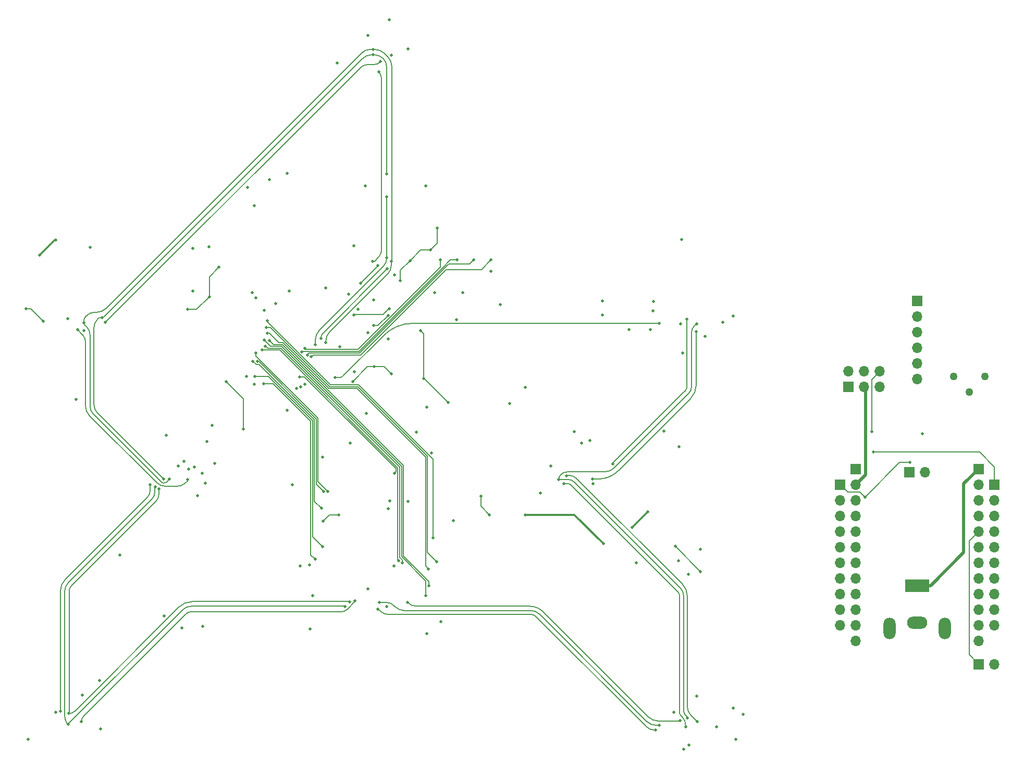
<source format=gbr>
%TF.GenerationSoftware,KiCad,Pcbnew,(6.0.7-1)-1*%
%TF.CreationDate,2022-10-07T15:09:27-06:00*%
%TF.ProjectId,starman,73746172-6d61-46e2-9e6b-696361645f70,rev?*%
%TF.SameCoordinates,Original*%
%TF.FileFunction,Copper,L4,Bot*%
%TF.FilePolarity,Positive*%
%FSLAX46Y46*%
G04 Gerber Fmt 4.6, Leading zero omitted, Abs format (unit mm)*
G04 Created by KiCad (PCBNEW (6.0.7-1)-1) date 2022-10-07 15:09:27*
%MOMM*%
%LPD*%
G01*
G04 APERTURE LIST*
%TA.AperFunction,ComponentPad*%
%ADD10C,1.260000*%
%TD*%
%TA.AperFunction,ComponentPad*%
%ADD11R,1.700000X1.700000*%
%TD*%
%TA.AperFunction,ComponentPad*%
%ADD12O,1.700000X1.700000*%
%TD*%
%TA.AperFunction,ComponentPad*%
%ADD13R,4.000000X2.000000*%
%TD*%
%TA.AperFunction,ComponentPad*%
%ADD14O,3.300000X2.000000*%
%TD*%
%TA.AperFunction,ComponentPad*%
%ADD15O,2.000000X3.500000*%
%TD*%
%TA.AperFunction,ViaPad*%
%ADD16C,0.500000*%
%TD*%
%TA.AperFunction,Conductor*%
%ADD17C,0.200000*%
%TD*%
%TA.AperFunction,Conductor*%
%ADD18C,0.300000*%
%TD*%
%TA.AperFunction,Conductor*%
%ADD19C,0.150000*%
%TD*%
%TA.AperFunction,Conductor*%
%ADD20C,0.500000*%
%TD*%
G04 APERTURE END LIST*
D10*
%TO.P,RV1,1,1*%
%TO.N,/Expansion Module/ext_SOUND*%
X208025000Y-101000000D03*
%TO.P,RV1,2,2*%
%TO.N,Net-(C35-Pad2)*%
X205485000Y-103540000D03*
%TO.P,RV1,3,3*%
%TO.N,GNDA*%
X202945000Y-101000000D03*
%TD*%
D11*
%TO.P,J6,1,Pin_1*%
%TO.N,VCC*%
X207000000Y-116025000D03*
D12*
%TO.P,J6,2,Pin_2*%
%TO.N,unconnected-(J6-Pad2)*%
X207000000Y-118565000D03*
%TO.P,J6,3,Pin_3*%
%TO.N,unconnected-(J6-Pad3)*%
X207000000Y-121105000D03*
%TO.P,J6,4,Pin_4*%
%TO.N,/Expansion Module/ext_MUTE*%
X207000000Y-123645000D03*
%TO.P,J6,5,Pin_5*%
%TO.N,/Expansion Module/ext_GPIO1*%
X207000000Y-126185000D03*
%TO.P,J6,6,Pin_6*%
%TO.N,/Expansion Module/ext_GPIO2*%
X207000000Y-128725000D03*
%TO.P,J6,7,Pin_7*%
%TO.N,/Expansion Module/ext_GPIO3*%
X207000000Y-131265000D03*
%TO.P,J6,8,Pin_8*%
%TO.N,/Expansion Module/ext_GPIO4*%
X207000000Y-133805000D03*
%TO.P,J6,9,Pin_9*%
%TO.N,/Expansion Module/ext_GPIO5*%
X207000000Y-136345000D03*
%TO.P,J6,10,Pin_10*%
%TO.N,/Expansion Module/ext_GPIO6*%
X207000000Y-138885000D03*
%TO.P,J6,11,Pin_11*%
%TO.N,/Expansion Module/ext_GPIO7*%
X207000000Y-141425000D03*
%TO.P,J6,12,Pin_12*%
%TO.N,/Expansion Module/ext_GPIO8*%
X207000000Y-143965000D03*
%TD*%
D11*
%TO.P,J12,1,Pin_1*%
%TO.N,Net-(C38-Pad1)*%
X195725000Y-116600000D03*
D12*
%TO.P,J12,2,Pin_2*%
%TO.N,Net-(C37-Pad1)*%
X198265000Y-116600000D03*
%TD*%
D13*
%TO.P,J10,1*%
%TO.N,VCC*%
X197000000Y-135000000D03*
D14*
%TO.P,J10,2*%
%TO.N,GNDA*%
X197000000Y-141000000D03*
D15*
%TO.P,J10,MP,MountPin*%
X192500000Y-142000000D03*
X201500000Y-142000000D03*
%TD*%
D11*
%TO.P,J9,1,Pin_1*%
%TO.N,+5VA*%
X184500000Y-118575000D03*
D12*
%TO.P,J9,2,Pin_2*%
%TO.N,/Expansion Module/ext_GPIO9*%
X184500000Y-121115000D03*
%TO.P,J9,3,Pin_3*%
%TO.N,/Expansion Module/ext_GPIO10*%
X184500000Y-123655000D03*
%TO.P,J9,4,Pin_4*%
%TO.N,/Expansion Module/ext_GPIO11*%
X184500000Y-126195000D03*
%TO.P,J9,5,Pin_5*%
%TO.N,/Expansion Module/ext_GPIO12*%
X184500000Y-128735000D03*
%TO.P,J9,6,Pin_6*%
%TO.N,/Expansion Module/ext_GPIO13*%
X184500000Y-131275000D03*
%TO.P,J9,7,Pin_7*%
%TO.N,/Expansion Module/ext_GPIO14*%
X184500000Y-133815000D03*
%TO.P,J9,8,Pin_8*%
%TO.N,/Expansion Module/ext_GPIO15*%
X184500000Y-136355000D03*
%TO.P,J9,9,Pin_9*%
%TO.N,/Expansion Module/ext_GPIO16*%
X184500000Y-138895000D03*
%TO.P,J9,10,Pin_10*%
%TO.N,GNDA*%
X184500000Y-141435000D03*
%TD*%
D11*
%TO.P,J8,1,Pin_1*%
%TO.N,+3.3VA*%
X187040000Y-116035000D03*
D12*
%TO.P,J8,2,Pin_2*%
%TO.N,GNDA*%
X187040000Y-118575000D03*
%TO.P,J8,3,Pin_3*%
%TO.N,/Expansion Module/ext_GPIO9*%
X187040000Y-121115000D03*
%TO.P,J8,4,Pin_4*%
%TO.N,/Expansion Module/ext_GPIO10*%
X187040000Y-123655000D03*
%TO.P,J8,5,Pin_5*%
%TO.N,/Expansion Module/ext_GPIO11*%
X187040000Y-126195000D03*
%TO.P,J8,6,Pin_6*%
%TO.N,/Expansion Module/ext_GPIO12*%
X187040000Y-128735000D03*
%TO.P,J8,7,Pin_7*%
%TO.N,/Expansion Module/ext_GPIO13*%
X187040000Y-131275000D03*
%TO.P,J8,8,Pin_8*%
%TO.N,/Expansion Module/ext_GPIO14*%
X187040000Y-133815000D03*
%TO.P,J8,9,Pin_9*%
%TO.N,/Expansion Module/ext_GPIO15*%
X187040000Y-136355000D03*
%TO.P,J8,10,Pin_10*%
%TO.N,/Expansion Module/ext_GPIO16*%
X187040000Y-138895000D03*
%TO.P,J8,11,Pin_11*%
%TO.N,+5VA*%
X187040000Y-141435000D03*
%TO.P,J8,12,Pin_12*%
%TO.N,GNDA*%
X187040000Y-143975000D03*
%TD*%
D11*
%TO.P,J7,1,Pin_1*%
%TO.N,+3.3VA*%
X209540000Y-118565000D03*
D12*
%TO.P,J7,2,Pin_2*%
%TO.N,/Expansion Module/ext_GPIO1*%
X209540000Y-121105000D03*
%TO.P,J7,3,Pin_3*%
%TO.N,/Expansion Module/ext_GPIO2*%
X209540000Y-123645000D03*
%TO.P,J7,4,Pin_4*%
%TO.N,/Expansion Module/ext_GPIO3*%
X209540000Y-126185000D03*
%TO.P,J7,5,Pin_5*%
%TO.N,/Expansion Module/ext_GPIO4*%
X209540000Y-128725000D03*
%TO.P,J7,6,Pin_6*%
%TO.N,/Expansion Module/ext_GPIO5*%
X209540000Y-131265000D03*
%TO.P,J7,7,Pin_7*%
%TO.N,/Expansion Module/ext_GPIO6*%
X209540000Y-133805000D03*
%TO.P,J7,8,Pin_8*%
%TO.N,/Expansion Module/ext_GPIO7*%
X209540000Y-136345000D03*
%TO.P,J7,9,Pin_9*%
%TO.N,/Expansion Module/ext_GPIO8*%
X209540000Y-138885000D03*
%TO.P,J7,10,Pin_10*%
%TO.N,GNDA*%
X209540000Y-141425000D03*
%TD*%
D11*
%TO.P,J5,1,Pin_1*%
%TO.N,/Expansion Module/ext_GPIO0*%
X185825000Y-102700000D03*
D12*
%TO.P,J5,2,Pin_2*%
%TO.N,/Expansion Module/ext_RXD*%
X185825000Y-100160000D03*
%TO.P,J5,3,Pin_3*%
%TO.N,GNDA*%
X188365000Y-102700000D03*
%TO.P,J5,4,Pin_4*%
%TO.N,/Expansion Module/ext_TXD*%
X188365000Y-100160000D03*
%TO.P,J5,5,Pin_5*%
%TO.N,unconnected-(J5-Pad5)*%
X190905000Y-102700000D03*
%TO.P,J5,6,Pin_6*%
%TO.N,/Expansion Module/ext_EN*%
X190905000Y-100160000D03*
%TD*%
D11*
%TO.P,J4,1,Pin_1*%
%TO.N,/Expansion Module/ext_RXD*%
X197000000Y-88700000D03*
D12*
%TO.P,J4,2,Pin_2*%
%TO.N,/Expansion Module/ext_TXD*%
X197000000Y-91240000D03*
%TO.P,J4,3,Pin_3*%
%TO.N,/Expansion Module/ext_GPIO0*%
X197000000Y-93780000D03*
%TO.P,J4,4,Pin_4*%
%TO.N,/Expansion Module/ext_EN*%
X197000000Y-96320000D03*
%TO.P,J4,5,Pin_5*%
%TO.N,/Expansion Module/ext_SOUND*%
X197000000Y-98860000D03*
%TO.P,J4,6,Pin_6*%
%TO.N,GNDA*%
X197000000Y-101400000D03*
%TD*%
D11*
%TO.P,J11,1,Pin_1*%
%TO.N,/Expansion Module/ext_GPIO1*%
X207010000Y-147775000D03*
D12*
%TO.P,J11,2,Pin_2*%
%TO.N,GNDA*%
X209550000Y-147775000D03*
%TD*%
D16*
%TO.N,/SCLK*%
X138782049Y-117724500D03*
X61610000Y-92230000D03*
X75530221Y-117679931D03*
X73800000Y-119300000D03*
X109650000Y-137700000D03*
X155100000Y-157700000D03*
X154181575Y-88833331D03*
X161200000Y-92400000D03*
X59174500Y-155800000D03*
X111550000Y-82275980D03*
X159640000Y-156530000D03*
X108600500Y-47839623D03*
X104817530Y-137635359D03*
X100939600Y-95504000D03*
%TO.N,+3V3*%
X81917600Y-79924000D03*
X155850000Y-109900000D03*
X114300000Y-47700000D03*
X89275000Y-73250000D03*
X82457200Y-108950000D03*
X80038000Y-120411600D03*
X82862500Y-115158900D03*
X158225000Y-130950000D03*
X158300000Y-112400000D03*
X60350000Y-104725000D03*
X115600000Y-110025000D03*
X141250000Y-109975000D03*
X64200000Y-150400000D03*
X104670000Y-87620000D03*
X94600000Y-68000000D03*
X74650000Y-139950000D03*
X89600000Y-88200000D03*
X159825000Y-133150000D03*
%TO.N,+5V*%
X111025000Y-122500000D03*
X78500000Y-90100000D03*
X104900000Y-111825000D03*
X153225000Y-123000000D03*
X113050000Y-85425000D03*
X52200000Y-90000000D03*
X116850000Y-101325000D03*
X84750000Y-101850000D03*
X54400000Y-81275000D03*
X103000000Y-123500000D03*
X150675000Y-125525000D03*
X165400000Y-92200000D03*
X114300000Y-121275000D03*
X100500000Y-124500000D03*
X111550000Y-100550000D03*
X87500000Y-109500000D03*
X117900000Y-80425000D03*
X127500000Y-123500000D03*
X82000000Y-88025000D03*
X108750000Y-99400000D03*
X55000000Y-92000000D03*
X119000000Y-76850000D03*
X111025000Y-91075000D03*
X116350000Y-93575000D03*
X100400000Y-114100000D03*
X108700000Y-92725000D03*
X89300000Y-102300000D03*
X107500000Y-107000000D03*
X167100000Y-91150000D03*
X57025000Y-78800000D03*
X120800000Y-105200000D03*
X133300000Y-123500000D03*
X83575000Y-83250000D03*
X114600000Y-82175000D03*
X146000000Y-128200000D03*
X150220000Y-93360000D03*
X153670000Y-93390000D03*
X126100000Y-120500000D03*
X105300000Y-101825000D03*
%TO.N,/GPIO1*%
X118100000Y-113450000D03*
X90950000Y-90250000D03*
X121650000Y-124450000D03*
%TO.N,/GPIO2*%
X118350000Y-127250000D03*
X91450000Y-91900000D03*
%TO.N,/GPIO3*%
X118950000Y-131100000D03*
X91250000Y-93000000D03*
%TO.N,/GPIO4*%
X117600000Y-132300000D03*
X91450000Y-94000000D03*
%TO.N,/MISO*%
X155100000Y-92349500D03*
X102425000Y-101200000D03*
%TO.N,/MOSI*%
X110875000Y-83450000D03*
X100152200Y-94767400D03*
%TO.N,/RXD*%
X105500000Y-91000000D03*
X111200000Y-90000000D03*
%TO.N,/GPIO5*%
X117674500Y-135050000D03*
X91800000Y-95150000D03*
%TO.N,/GPIO6*%
X117200000Y-136600000D03*
X90900000Y-95100000D03*
%TO.N,/GPIO7*%
X119575000Y-140875000D03*
X113330933Y-131290467D03*
X91125000Y-96050000D03*
%TO.N,/GPIO8*%
X90600000Y-96700000D03*
X117325000Y-142825000D03*
X112750000Y-131000000D03*
%TO.N,/GPIO9*%
X89580622Y-97172607D03*
X101275000Y-119675000D03*
%TO.N,/GPIO10*%
X89802227Y-98573273D03*
X100575000Y-119675000D03*
%TO.N,/GPIO11*%
X89066704Y-98508796D03*
X100249500Y-122450000D03*
%TO.N,/GPIO12*%
X89425500Y-100988987D03*
X100375000Y-128675000D03*
%TO.N,/GPIO13*%
X99175000Y-130700000D03*
X90800000Y-102150000D03*
%TO.N,/GPIO14*%
X96125000Y-102900000D03*
X96750000Y-131800000D03*
%TO.N,/GPIO15*%
X98275000Y-131650000D03*
X96825000Y-102699500D03*
%TO.N,/GPIO16*%
X98775000Y-136650000D03*
X97550000Y-102225000D03*
%TO.N,+3.3VA*%
X189925000Y-113275000D03*
%TO.N,+5VA*%
X188500000Y-120600000D03*
X195800000Y-115000000D03*
%TO.N,/GPIO0*%
X92800000Y-89100000D03*
X111100000Y-94900000D03*
%TO.N,/EN*%
X107800000Y-93850000D03*
X106150000Y-90050000D03*
X118625000Y-87350000D03*
%TO.N,Net-(R6-Pad2)*%
X97900000Y-97500000D03*
X124950000Y-82050000D03*
%TO.N,Net-(R7-Pad2)*%
X127750000Y-82050000D03*
X98531622Y-97800000D03*
%TO.N,GND*%
X79340000Y-87080000D03*
X123200000Y-87400000D03*
X133330000Y-102750000D03*
X94625000Y-106475000D03*
X52600000Y-160000000D03*
X91725000Y-69025000D03*
X111200000Y-43000000D03*
X157500000Y-155600000D03*
X88030000Y-101030000D03*
X161200000Y-152950000D03*
X77890000Y-114810000D03*
X95000000Y-87100000D03*
X117300000Y-106000000D03*
X130750000Y-105375000D03*
X142500000Y-111825000D03*
X77525000Y-141875000D03*
X105600000Y-100200000D03*
X57080000Y-155570000D03*
X62600000Y-80000000D03*
X89000000Y-87360000D03*
X108700000Y-88550000D03*
X158875000Y-97175000D03*
X145860000Y-91010000D03*
X117200000Y-70000000D03*
X145840000Y-88730000D03*
X158700000Y-78700000D03*
X98339890Y-142024500D03*
X111350000Y-121200000D03*
X127740000Y-83920000D03*
X95500000Y-118600000D03*
X112000000Y-131850000D03*
X122180000Y-91730000D03*
X151330000Y-131340000D03*
X107750000Y-135500000D03*
X81600000Y-111600000D03*
X107750000Y-45500000D03*
X167500000Y-160000000D03*
X137500000Y-115550000D03*
X67500000Y-130000000D03*
X107375000Y-70025000D03*
X102800000Y-50000000D03*
X100910000Y-86620000D03*
X61610000Y-93550000D03*
X79340000Y-80190000D03*
X161800000Y-129100000D03*
X162575000Y-94475000D03*
X112112500Y-84512500D03*
X61400000Y-152800000D03*
%TO.N,/LE*%
X139600000Y-118400000D03*
X59120000Y-157550000D03*
X73182321Y-118971706D03*
X110780000Y-68090000D03*
X110850000Y-81650000D03*
X64550000Y-91400000D03*
X159600000Y-91690000D03*
X154070000Y-90340000D03*
X99250000Y-95850000D03*
X108600500Y-48700000D03*
X110824500Y-71774501D03*
X154500000Y-158500000D03*
X159380000Y-157970000D03*
X74546236Y-117649834D03*
X147550000Y-115180000D03*
X109400000Y-138800000D03*
X104020000Y-138420000D03*
%TO.N,Net-(U3-Pad22)*%
X65100000Y-92200000D03*
X109800000Y-49750000D03*
%TO.N,Net-(U5-Pad22)*%
X57800000Y-155425000D03*
X72350000Y-118600000D03*
X80800000Y-116700000D03*
%TO.N,Net-(U6-Pad22)*%
X61230000Y-157130000D03*
X105680000Y-137500000D03*
%TO.N,Net-(U10-Pad2)*%
X144277876Y-117674011D03*
X161124011Y-93750000D03*
%TO.N,Net-(U2-Pad22)*%
X109525000Y-51500000D03*
X108525000Y-82250000D03*
%TO.N,Net-(U4-Pad22)*%
X78430000Y-117790000D03*
X60600000Y-93400000D03*
%TO.N,Net-(U7-Pad22)*%
X158450437Y-156950437D03*
X114175000Y-137700000D03*
%TO.N,Net-(U8-Pad22)*%
X161250000Y-157100000D03*
X140030000Y-117130000D03*
%TO.N,Net-(D70-Pad1)*%
X78635069Y-116100621D03*
X76930000Y-115590000D03*
%TO.N,/PWCLK1*%
X58956000Y-91557200D03*
X88166000Y-70221200D03*
X111551056Y-48776056D03*
X105475000Y-79775000D03*
%TO.N,/PWCLK2*%
X110850000Y-138400000D03*
X81358800Y-118379600D03*
X64350000Y-158350000D03*
X80950000Y-141600000D03*
%TO.N,/PWCLK3*%
X158574800Y-92420800D03*
X164375000Y-157975000D03*
X157700500Y-128600000D03*
X161800250Y-132699750D03*
X144376127Y-118446084D03*
%TO.N,Net-(D61-Pad1)*%
X75000000Y-110525000D03*
X79550000Y-115725000D03*
%TO.N,Net-(D66-Pad1)*%
X143825000Y-111375000D03*
X135750000Y-119925000D03*
%TO.N,Net-(D39-Pad1)*%
X106600000Y-85800000D03*
X109357607Y-82914124D03*
%TO.N,Net-(D115-Pad1)*%
X167100000Y-154950000D03*
X159900000Y-160950000D03*
%TO.N,Net-(D116-Pad1)*%
X168700000Y-155950000D03*
X159050000Y-161600000D03*
%TO.N,/MUTE*%
X96700000Y-101100000D03*
X112100002Y-116700000D03*
%TO.N,/STATUS*%
X103150000Y-96125000D03*
X129300000Y-89300000D03*
%TO.N,Net-(R5-Pad1)*%
X96992824Y-96974500D03*
X122200000Y-82050000D03*
%TO.N,/Expansion Module/ext_EN*%
X189674999Y-109925001D03*
%TO.N,/Expansion Module/ext_MUTE*%
X197850002Y-110300000D03*
%TO.N,Net-(R4-Pad1)*%
X119550000Y-82050000D03*
X97500000Y-96425500D03*
%TD*%
D17*
%TO.N,/SCLK*%
X59594015Y-135025985D02*
X73325389Y-121294611D01*
X146152071Y-116520500D02*
X140105501Y-116520500D01*
X108588951Y-47828074D02*
X107996331Y-47828074D01*
X159040000Y-151211690D02*
X159040000Y-155192131D01*
X138820805Y-117763256D02*
X138782049Y-117724500D01*
X101525387Y-93774613D02*
X110964214Y-84335786D01*
X62110003Y-91044626D02*
X61902893Y-91251736D01*
X159640000Y-156397201D02*
X159640000Y-156530000D01*
X159045845Y-151205845D02*
X159045845Y-136597030D01*
X79234668Y-137600489D02*
X104782660Y-137600489D01*
X61793853Y-92673853D02*
X62092540Y-92972540D01*
X113627938Y-139049511D02*
X134196084Y-139049511D01*
X104782660Y-137600489D02*
X104817530Y-137635359D01*
X75055543Y-118154609D02*
X75530221Y-117679931D01*
X140359716Y-117763256D02*
X138820805Y-117763256D01*
X109650000Y-137700000D02*
X110621573Y-137700000D01*
X60137881Y-155412119D02*
X77040768Y-138509232D01*
X159836405Y-103819321D02*
X147830422Y-115825304D01*
X61610000Y-91958843D02*
X61610000Y-92230000D01*
X62600489Y-94198837D02*
X62600489Y-105747062D01*
X106713077Y-48411923D02*
X65160786Y-89964214D01*
X59174500Y-155800000D02*
X59210000Y-155764500D01*
X112035787Y-138285787D02*
X112213725Y-138463725D01*
X139173418Y-116906582D02*
X139083692Y-116996308D01*
X135610298Y-139635298D02*
X153089214Y-157114214D01*
X159045845Y-151205845D02*
X159040000Y-151211690D01*
X59210000Y-155764500D02*
X59210000Y-135953079D01*
X108986196Y-47839623D02*
X108600500Y-47839623D01*
X159389669Y-156146870D02*
X159640000Y-156397201D01*
X63186275Y-107161275D02*
X74229116Y-118204116D01*
X111550000Y-82921573D02*
X111550000Y-82275980D01*
X160356895Y-93730374D02*
X160356895Y-102562747D01*
X111625000Y-82200980D02*
X111625000Y-50478427D01*
X59174500Y-155800000D02*
X59201452Y-155800000D01*
X63746573Y-90550000D02*
X63430181Y-90550000D01*
X108600500Y-47839623D02*
X108588951Y-47828074D01*
X111550000Y-82275980D02*
X111625000Y-82200980D01*
X111039213Y-49064213D02*
X110400409Y-48425409D01*
X158567710Y-135442710D02*
X141261990Y-118136990D01*
X100939600Y-95504000D02*
X100939600Y-95188827D01*
X154503427Y-157700000D02*
X155100000Y-157700000D01*
X161200000Y-92400000D02*
X160701446Y-92898554D01*
X73800000Y-120148800D02*
X73800000Y-119300000D01*
X62109989Y-91044610D02*
G75*
G02*
X63430181Y-90550001I1323411J-1523190D01*
G01*
X62092568Y-92972512D02*
G75*
G02*
X62600489Y-94198837I-1226368J-1226288D01*
G01*
X59594027Y-135025997D02*
G75*
G03*
X59210000Y-135953079I927073J-927103D01*
G01*
X75055572Y-118154638D02*
G75*
G02*
X74582596Y-118350489I-472872J472938D01*
G01*
X140359716Y-117763256D02*
G75*
G02*
X141261989Y-118136991I-16J-1276044D01*
G01*
X146152071Y-116520475D02*
G75*
G03*
X147830421Y-115825303I-71J2373775D01*
G01*
X159045826Y-136597030D02*
G75*
G03*
X158567709Y-135442711I-1632426J30D01*
G01*
X160356887Y-93730374D02*
G75*
G02*
X160701446Y-92898554I1176413J-26D01*
G01*
X159389689Y-156146853D02*
G75*
G02*
X159040001Y-155192131I1138911J958553D01*
G01*
X110400406Y-48425412D02*
G75*
G03*
X108986196Y-47839623I-1414206J-1414188D01*
G01*
X61610031Y-91958843D02*
G75*
G02*
X61902894Y-91251737I999969J43D01*
G01*
X135610304Y-139635292D02*
G75*
G03*
X134196084Y-139049511I-1414204J-1414208D01*
G01*
X112035801Y-138285773D02*
G75*
G03*
X110621573Y-137700000I-1414201J-1414227D01*
G01*
X101525373Y-93774599D02*
G75*
G03*
X100939600Y-95188827I1414227J-1414201D01*
G01*
X60137903Y-155412141D02*
G75*
G02*
X59201452Y-155800000I-936403J936441D01*
G01*
X73325385Y-121294607D02*
G75*
G03*
X73800000Y-120148800I-1145785J1145807D01*
G01*
X139083677Y-116996293D02*
G75*
G03*
X138782049Y-117724500I728223J-728207D01*
G01*
X111549980Y-82921573D02*
G75*
G02*
X110964213Y-84335785I-1999980J-27D01*
G01*
X106713077Y-48411923D02*
G75*
G02*
X107996331Y-47828074I1424823J-1429477D01*
G01*
X111039227Y-49064199D02*
G75*
G02*
X111625000Y-50478427I-1414227J-1414201D01*
G01*
X112213704Y-138463746D02*
G75*
G03*
X113627938Y-139049511I1414196J1414246D01*
G01*
X159836388Y-103819304D02*
G75*
G03*
X160356895Y-102562747I-1256588J1256604D01*
G01*
X63186254Y-107161296D02*
G75*
G02*
X62600489Y-105747062I1414246J1414196D01*
G01*
X139173410Y-116906574D02*
G75*
G02*
X140105501Y-116520500I932090J-932126D01*
G01*
X153089200Y-157114228D02*
G75*
G03*
X154503427Y-157700000I1414200J1414228D01*
G01*
X63746573Y-90549980D02*
G75*
G03*
X65160785Y-89964213I27J1999980D01*
G01*
X61793852Y-92673854D02*
G75*
G02*
X61610000Y-92230000I443848J443854D01*
G01*
X74582596Y-118350483D02*
G75*
G02*
X74229116Y-118204116I-96J499783D01*
G01*
X79234668Y-137600457D02*
G75*
G03*
X77040768Y-138509232I32J-3102643D01*
G01*
D18*
%TO.N,+5V*%
X153200000Y-123000000D02*
X153225000Y-123000000D01*
D19*
X119000000Y-79325000D02*
X119000000Y-76850000D01*
X116850000Y-94075000D02*
X116850000Y-101325000D01*
X101500000Y-123500000D02*
X103000000Y-123500000D01*
X109375000Y-92725000D02*
X111025000Y-91075000D01*
D18*
X56875000Y-78800000D02*
X57025000Y-78800000D01*
D19*
X82000000Y-88025000D02*
X79925000Y-90100000D01*
X84750000Y-101850000D02*
X87500000Y-104600000D01*
X110400000Y-99400000D02*
X108750000Y-99400000D01*
X117900000Y-80425000D02*
X119000000Y-79325000D01*
X126100000Y-120500000D02*
X126100000Y-122100000D01*
X113050000Y-85425000D02*
X113050000Y-83725000D01*
D18*
X133300000Y-123500000D02*
X141300000Y-123500000D01*
D19*
X82000000Y-84825000D02*
X82000000Y-88025000D01*
X83575000Y-83250000D02*
X82000000Y-84825000D01*
X116925000Y-101325000D02*
X116850000Y-101325000D01*
X116350000Y-80425000D02*
X117900000Y-80425000D01*
X79925000Y-90100000D02*
X78500000Y-90100000D01*
X111550000Y-100550000D02*
X110400000Y-99400000D01*
D18*
X150675000Y-125525000D02*
X153200000Y-123000000D01*
D19*
X120800000Y-105200000D02*
X116925000Y-101325000D01*
D18*
X141300000Y-123500000D02*
X146000000Y-128200000D01*
D19*
X114600000Y-82175000D02*
X116350000Y-80425000D01*
X87500000Y-104600000D02*
X87500000Y-109500000D01*
X113050000Y-83725000D02*
X114600000Y-82175000D01*
X100500000Y-124500000D02*
X101500000Y-123500000D01*
X126100000Y-122100000D02*
X127500000Y-123500000D01*
X55000000Y-92000000D02*
X53000000Y-90000000D01*
X108700000Y-92725000D02*
X109375000Y-92725000D01*
X105300000Y-101800000D02*
X105300000Y-101825000D01*
X107700000Y-99400000D02*
X105300000Y-101800000D01*
X116350000Y-93575000D02*
X116850000Y-94075000D01*
X108750000Y-99400000D02*
X107700000Y-99400000D01*
D18*
X54400000Y-81275000D02*
X56875000Y-78800000D01*
D19*
X53000000Y-90000000D02*
X52200000Y-90000000D01*
%TO.N,/GPIO2*%
X91450000Y-92102721D02*
X101698747Y-102351468D01*
X118350000Y-114423559D02*
X118350000Y-127250000D01*
X106277909Y-102351468D02*
X118350000Y-114423559D01*
X91450000Y-91900000D02*
X91450000Y-92102721D01*
X101698747Y-102351468D02*
X106277909Y-102351468D01*
%TO.N,/GPIO3*%
X117450489Y-113947616D02*
X117450489Y-129600489D01*
X117450489Y-129600489D02*
X118950000Y-131100000D01*
X106153852Y-102650979D02*
X117450489Y-113947616D01*
X101574700Y-102650979D02*
X106153852Y-102650979D01*
X91923721Y-93000000D02*
X101574700Y-102650979D01*
X91250000Y-93000000D02*
X91923721Y-93000000D01*
%TO.N,/GPIO4*%
X93278388Y-95501960D02*
X94002123Y-95501960D01*
X117149022Y-131849022D02*
X117600000Y-132300000D01*
X117149022Y-114122093D02*
X117149022Y-131849022D01*
X94002123Y-95501960D02*
X101450656Y-102950493D01*
X93278370Y-95501942D02*
X93278388Y-95501960D01*
X93278366Y-95501942D02*
X93278370Y-95501942D01*
X105977422Y-102950493D02*
X117149022Y-114122093D01*
X91450000Y-94000000D02*
X91776424Y-94000000D01*
X91776424Y-94000000D02*
X93278366Y-95501942D01*
X101450656Y-102950493D02*
X105977422Y-102950493D01*
D17*
%TO.N,/MISO*%
X103054233Y-101194084D02*
X103266812Y-101166099D01*
X102425000Y-101200000D02*
X102883700Y-101200000D01*
X115046233Y-92349500D02*
X155100000Y-92349500D01*
X103737805Y-100918516D02*
X110369764Y-94286557D01*
X102891486Y-101199939D02*
X102996757Y-101198300D01*
X110369753Y-94286546D02*
G75*
G02*
X115046233Y-92349500I4676447J-4676454D01*
G01*
X103330958Y-101153332D02*
G75*
G02*
X103266812Y-101166099I-129458J482932D01*
G01*
X103737804Y-100918515D02*
G75*
G02*
X103330960Y-101153339I-641404J641415D01*
G01*
X102996757Y-101198298D02*
G75*
G03*
X103054233Y-101194083I-7757J499798D01*
G01*
X102891486Y-101199940D02*
G75*
G02*
X102883700Y-101200000I-7686J488840D01*
G01*
%TO.N,/MOSI*%
X110872094Y-83452906D02*
X110875000Y-83450000D01*
X100152200Y-94767400D02*
X100152200Y-94655598D01*
X110815246Y-83452906D02*
X110872094Y-83452906D01*
X100445093Y-93948491D02*
X110582607Y-83810977D01*
X100445094Y-93948492D02*
G75*
G03*
X100152200Y-94655598I707106J-707108D01*
G01*
X110815253Y-83452909D02*
G75*
G02*
X110582607Y-83810977I-998453J394109D01*
G01*
D19*
%TO.N,/RXD*%
X105570000Y-90930000D02*
X105500000Y-91000000D01*
X110245000Y-90930000D02*
X105570000Y-90930000D01*
X111200000Y-90000000D02*
X111175000Y-90000000D01*
X111175000Y-90000000D02*
X110245000Y-90930000D01*
%TO.N,/GPIO5*%
X113550000Y-115493867D02*
X113550000Y-130201428D01*
X117674500Y-134325928D02*
X117674500Y-135050000D01*
X113550000Y-130201428D02*
X117674500Y-134325928D01*
X92451467Y-95801467D02*
X93857602Y-95801469D01*
X93857602Y-95801469D02*
X113550000Y-115493867D01*
X91800000Y-95150000D02*
X92451467Y-95801467D01*
%TO.N,/GPIO6*%
X117200000Y-134275000D02*
X117200000Y-136600000D01*
X93733540Y-96100979D02*
X113250489Y-115617928D01*
X113250489Y-130325489D02*
X117200000Y-134275000D01*
X113250489Y-115617928D02*
X113250489Y-130325489D01*
X90900000Y-95100000D02*
X91900978Y-96100978D01*
X91900978Y-96100978D02*
X93733540Y-96100979D01*
%TO.N,/GPIO7*%
X113330933Y-130830933D02*
X113330933Y-131290467D01*
X112925000Y-115716011D02*
X112925000Y-130425000D01*
X91125000Y-96050000D02*
X91475489Y-96400489D01*
X93609478Y-96400489D02*
X112925000Y-115716011D01*
X112925000Y-130425000D02*
X113330933Y-130830933D01*
X91475489Y-96400489D02*
X93609478Y-96400489D01*
%TO.N,/GPIO8*%
X90600000Y-96700000D02*
X93423558Y-96700000D01*
X112599501Y-130849501D02*
X112750000Y-131000000D01*
X93423558Y-96700000D02*
X112599501Y-115875943D01*
X112599501Y-115875943D02*
X112599501Y-130849501D01*
%TO.N,/GPIO9*%
X99675000Y-107775000D02*
X99675000Y-118075000D01*
X89580622Y-97680622D02*
X99675000Y-107775000D01*
X89580622Y-97172607D02*
X89580622Y-97680622D01*
X99675000Y-118075000D02*
X101275000Y-119675000D01*
%TO.N,/GPIO10*%
X100575000Y-119675000D02*
X99375000Y-118475000D01*
X90049701Y-98573273D02*
X89802227Y-98573273D01*
X99375000Y-118475000D02*
X99375000Y-107898572D01*
X99375000Y-107898572D02*
X90049701Y-98573273D01*
%TO.N,/GPIO11*%
X99075489Y-108028345D02*
X90094918Y-99047774D01*
X100249500Y-122450000D02*
X99075489Y-121275989D01*
X99075489Y-121275989D02*
X99075489Y-108028345D01*
X90094918Y-99047774D02*
X89605682Y-99047774D01*
X89605682Y-99047774D02*
X89066704Y-98508796D01*
%TO.N,/GPIO12*%
X98775978Y-127075978D02*
X98775978Y-108152406D01*
X91612559Y-100988987D02*
X89425500Y-100988987D01*
X100375000Y-128675000D02*
X98775978Y-127075978D01*
X98775978Y-108152406D02*
X91612559Y-100988987D01*
%TO.N,/GPIO13*%
X90800000Y-102150000D02*
X92350000Y-102150000D01*
X98476467Y-130001467D02*
X99125000Y-130650000D01*
X92350000Y-102150000D02*
X98476467Y-108276467D01*
X98476467Y-108276467D02*
X98476467Y-130001467D01*
D20*
%TO.N,VCC*%
X207000000Y-116025000D02*
X204574501Y-118450499D01*
X204574501Y-129625499D02*
X199200000Y-135000000D01*
X204574501Y-118450499D02*
X204574501Y-129625499D01*
X199200000Y-135000000D02*
X197000000Y-135000000D01*
D19*
%TO.N,+3.3VA*%
X189925000Y-113275000D02*
X207125000Y-113275000D01*
X209540000Y-115690000D02*
X209540000Y-118565000D01*
X207125000Y-113275000D02*
X209540000Y-115690000D01*
D20*
%TO.N,GNDA*%
X188600000Y-117015000D02*
X188600000Y-103115000D01*
X187040000Y-118575000D02*
X188600000Y-117015000D01*
D19*
%TO.N,+5VA*%
X185725000Y-119800000D02*
X187700000Y-119800000D01*
X184500000Y-118575000D02*
X185725000Y-119800000D01*
X195800000Y-115000000D02*
X194100000Y-115000000D01*
X194100000Y-115000000D02*
X188500000Y-120600000D01*
X187700000Y-119800000D02*
X188500000Y-120600000D01*
%TO.N,Net-(R6-Pad2)*%
X120923558Y-82700000D02*
X120149002Y-83474556D01*
X124950000Y-82050000D02*
X124300000Y-82700000D01*
X106426442Y-97200000D02*
X98200000Y-97200000D01*
X124300000Y-82700000D02*
X120923558Y-82700000D01*
X120149002Y-83477440D02*
X106426442Y-97200000D01*
X98200000Y-97200000D02*
X97900000Y-97500000D01*
X120149002Y-83474556D02*
X120149002Y-83477440D01*
%TO.N,Net-(R7-Pad2)*%
X98831622Y-97500000D02*
X98531622Y-97800000D01*
X120427829Y-83622171D02*
X106550000Y-97500000D01*
X106550000Y-97500000D02*
X98831622Y-97500000D01*
X126177829Y-83622171D02*
X120427829Y-83622171D01*
X127750000Y-82050000D02*
X126177829Y-83622171D01*
D17*
%TO.N,/LE*%
X158882966Y-156452966D02*
X158637580Y-156207580D01*
X141110786Y-118988528D02*
X158134644Y-136012386D01*
X110850000Y-81650000D02*
X110850000Y-71800001D01*
X109714213Y-139114213D02*
X109400000Y-138800000D01*
X58499511Y-135935331D02*
X58499511Y-156163158D01*
X139600000Y-118400000D02*
X140276661Y-118400000D01*
X159600000Y-91690000D02*
X159600000Y-102589038D01*
X73182321Y-118971706D02*
X73150000Y-119004027D01*
X158380000Y-155585727D02*
X158380000Y-136604728D01*
X108954646Y-48701936D02*
X108602436Y-48701936D01*
X59120000Y-157486416D02*
X77670630Y-138935786D01*
X159059213Y-103560787D02*
X147550000Y-115070000D01*
X59120000Y-157550000D02*
X59120000Y-157486416D01*
X159380000Y-157970000D02*
X159380000Y-157652910D01*
X152939213Y-157914213D02*
X135014431Y-139989431D01*
X73150000Y-119004027D02*
X73150000Y-119732188D01*
X154500000Y-158500000D02*
X154353427Y-158500000D01*
X64550000Y-91400000D02*
X64307107Y-91400000D01*
X110780000Y-68090000D02*
X110824500Y-68045500D01*
X59052056Y-157550000D02*
X59120000Y-157550000D01*
X79084843Y-138350000D02*
X103950000Y-138350000D01*
X110850000Y-71800001D02*
X110824500Y-71774501D01*
X140700584Y-118575592D02*
X141110786Y-118985786D01*
X58859217Y-157357161D02*
X59052056Y-157550000D01*
X110238714Y-49286601D02*
X110237900Y-49285787D01*
X99835786Y-93539214D02*
X110221330Y-83153670D01*
X63835787Y-106939385D02*
X74546236Y-117649834D01*
X159295264Y-103324736D02*
X159059213Y-103560787D01*
X147550000Y-115070000D02*
X147550000Y-115180000D01*
X103950000Y-138350000D02*
X104020000Y-138420000D01*
X72637895Y-120968520D02*
X59085298Y-134521117D01*
X63250000Y-93078427D02*
X63250000Y-105525171D01*
X99250000Y-95850000D02*
X99250000Y-94953427D01*
X110840000Y-81660000D02*
X110850000Y-81650000D01*
X108598535Y-48701965D02*
X108600500Y-48700000D01*
X141110786Y-118985786D02*
X141110786Y-118988528D01*
X64952863Y-91253553D02*
X106920630Y-49285786D01*
X64550000Y-91400000D02*
X64599309Y-91400000D01*
X134315683Y-139700000D02*
X111128427Y-139700000D01*
X108203884Y-48701965D02*
X108598535Y-48701965D01*
X108602436Y-48701936D02*
X108600500Y-48700000D01*
X110824500Y-68045500D02*
X110824500Y-50700814D01*
X63953553Y-91546447D02*
X63835786Y-91664214D01*
X79084843Y-138349977D02*
G75*
G03*
X77670630Y-138935786I157J-2000323D01*
G01*
X140700599Y-118575577D02*
G75*
G03*
X140276661Y-118400000I-423899J-423923D01*
G01*
X158637600Y-156207560D02*
G75*
G02*
X158380000Y-155585727I621800J621860D01*
G01*
X99835793Y-93539221D02*
G75*
G03*
X99250000Y-94953427I1414107J-1414179D01*
G01*
X64599309Y-91400006D02*
G75*
G03*
X64952863Y-91253553I-9J500006D01*
G01*
X135014444Y-139989418D02*
G75*
G03*
X134315683Y-139700000I-698744J-698782D01*
G01*
X158882976Y-156452956D02*
G75*
G02*
X159380000Y-157652910I-1199976J-1199944D01*
G01*
X63250020Y-93078427D02*
G75*
G02*
X63835787Y-91664215I1999980J27D01*
G01*
X63953550Y-91546444D02*
G75*
G02*
X64307107Y-91400000I353550J-353556D01*
G01*
X72637893Y-120968518D02*
G75*
G03*
X73150000Y-119732188I-1236293J1236318D01*
G01*
X108954645Y-48701957D02*
G75*
G02*
X110237900Y-49285787I-141645J-2013543D01*
G01*
X58859200Y-157357172D02*
G75*
G02*
X58499511Y-156163158I1816100J1198272D01*
G01*
X110238721Y-49286594D02*
G75*
G02*
X110824500Y-50700814I-1414221J-1414206D01*
G01*
X109714199Y-139114227D02*
G75*
G03*
X111128427Y-139700000I1414201J1414227D01*
G01*
X158134658Y-136012372D02*
G75*
G02*
X158380000Y-136604728I-592358J-592328D01*
G01*
X63250021Y-105525171D02*
G75*
G03*
X63835787Y-106939385I1999979J-29D01*
G01*
X152939199Y-157914227D02*
G75*
G03*
X154353427Y-158500000I1414201J1414227D01*
G01*
X110221352Y-83153692D02*
G75*
G03*
X110840000Y-81660000I-1493652J1493592D01*
G01*
X108203885Y-48701976D02*
G75*
G03*
X106920630Y-49285786I141615J-2013524D01*
G01*
X159600036Y-102589038D02*
G75*
G02*
X159295263Y-103324735I-1040436J38D01*
G01*
X58499530Y-135935331D02*
G75*
G02*
X59085298Y-134521117I1999970J31D01*
G01*
%TO.N,Net-(U3-Pad22)*%
X106461791Y-50838209D02*
X65100000Y-92200000D01*
X108883831Y-50251955D02*
X107747468Y-50251955D01*
X109800000Y-49750000D02*
X109590938Y-49959062D01*
X108883831Y-50251990D02*
G75*
G03*
X109590938Y-49959062I-31J999990D01*
G01*
X106461807Y-50838225D02*
G75*
G02*
X107747468Y-50251956I1427393J-1427375D01*
G01*
%TO.N,Net-(U5-Pad22)*%
X57775000Y-136025310D02*
X57775000Y-155400000D01*
X72350000Y-118600000D02*
X72350000Y-119648885D01*
X57775000Y-155400000D02*
X57800000Y-155425000D01*
X71942625Y-120632375D02*
X58641425Y-133933575D01*
X71942640Y-120632390D02*
G75*
G03*
X72350000Y-119648885I-983540J983490D01*
G01*
X57775019Y-136025310D02*
G75*
G02*
X58641425Y-133933575I2958181J10D01*
G01*
%TO.N,Net-(U6-Pad22)*%
X105680000Y-137570000D02*
X105680000Y-137500000D01*
X61230000Y-157130000D02*
X61230000Y-157113436D01*
X61600126Y-156219874D02*
X78236314Y-139583686D01*
X79017762Y-139260000D02*
X103476576Y-139260000D01*
X104353045Y-138896955D02*
X105680000Y-137570000D01*
X104353054Y-138896964D02*
G75*
G02*
X103476576Y-139260000I-876454J876464D01*
G01*
X79017762Y-139259963D02*
G75*
G03*
X78236314Y-139583686I38J-1105137D01*
G01*
X61600105Y-156219853D02*
G75*
G03*
X61230000Y-157113436I893595J-893547D01*
G01*
%TO.N,Net-(U10-Pad2)*%
X161124011Y-93750000D02*
X161124011Y-102298332D01*
X160167538Y-104607462D02*
X148463999Y-116311001D01*
X145173402Y-117674011D02*
X144277876Y-117674011D01*
X145173402Y-117674011D02*
G75*
G03*
X148463999Y-116311001I-2J4653611D01*
G01*
X160167524Y-104607448D02*
G75*
G03*
X161124011Y-102298332I-2309124J2309148D01*
G01*
%TO.N,Net-(U2-Pad22)*%
X109713501Y-51729288D02*
X109525000Y-51540787D01*
X109480454Y-81638032D02*
X109480454Y-81620085D01*
X109480454Y-81620085D02*
X109572981Y-81527558D01*
X108868486Y-82250000D02*
X109480454Y-81638032D01*
X108525000Y-82250000D02*
X108868486Y-82250000D01*
X109975000Y-80317783D02*
X109975000Y-52667453D01*
X109525000Y-51540787D02*
X109525000Y-51500000D01*
X109975016Y-80317783D02*
G75*
G02*
X109572980Y-81527557I-2044016J7583D01*
G01*
X109713490Y-51729295D02*
G75*
G02*
X109974999Y-52667453I-1573390J-944105D01*
G01*
%TO.N,Net-(U4-Pad22)*%
X61900000Y-95509373D02*
X61900000Y-105891024D01*
X60600000Y-93400000D02*
X60616152Y-93400000D01*
X62485786Y-107305237D02*
X73444762Y-118264213D01*
X74858976Y-118850000D02*
X76743922Y-118850000D01*
X78064099Y-118355375D02*
X78430000Y-117989474D01*
X78430000Y-117989474D02*
X78430000Y-117790000D01*
X60616152Y-93400000D02*
X61405360Y-94189208D01*
X61899988Y-95509373D02*
G75*
G03*
X61405360Y-94189208I-2017688J-3227D01*
G01*
X78064112Y-118355390D02*
G75*
G02*
X76743922Y-118849999I-1323412J1523190D01*
G01*
X62485798Y-107305225D02*
G75*
G02*
X61900000Y-105891024I1414202J1414225D01*
G01*
X74858976Y-118850016D02*
G75*
G02*
X73444763Y-118264212I24J2000016D01*
G01*
%TO.N,Net-(U7-Pad22)*%
X136320980Y-139320980D02*
X153414214Y-156414214D01*
X115653427Y-138350000D02*
X133976827Y-138350000D01*
X114175000Y-137700000D02*
X114239213Y-137764213D01*
X158400874Y-157000000D02*
X158450437Y-156950437D01*
X154828427Y-157000000D02*
X158400874Y-157000000D01*
X154828427Y-157000022D02*
G75*
G02*
X153414214Y-156414214I73J2000122D01*
G01*
X136320960Y-139321000D02*
G75*
G03*
X133976827Y-138350000I-2344160J-2344100D01*
G01*
X115653427Y-138349980D02*
G75*
G02*
X114239214Y-137764212I-27J1999980D01*
G01*
%TO.N,Net-(U8-Pad22)*%
X158880414Y-134805414D02*
X141710786Y-117635786D01*
X161250000Y-157100000D02*
X160235787Y-156085787D01*
X140427532Y-117051955D02*
X140108045Y-117051955D01*
X140108045Y-117051955D02*
X140030000Y-117130000D01*
X159650000Y-154671573D02*
X159650000Y-136663359D01*
X159650020Y-154671573D02*
G75*
G03*
X160235788Y-156085786I1999980J-27D01*
G01*
X158880387Y-134805441D02*
G75*
G02*
X159650000Y-136663359I-1857887J-1857959D01*
G01*
X140427533Y-117051936D02*
G75*
G02*
X141710786Y-117635786I-141633J-2013464D01*
G01*
D19*
%TO.N,/PWCLK3*%
X161800250Y-132699750D02*
X157700500Y-128600000D01*
%TO.N,Net-(D39-Pad1)*%
X106600000Y-85800000D02*
X109357607Y-83042393D01*
X109357607Y-83042393D02*
X109357607Y-82914124D01*
%TO.N,/MUTE*%
X112300000Y-116000000D02*
X112300000Y-116500002D01*
X112300000Y-116500002D02*
X112100002Y-116700000D01*
X96700000Y-101100000D02*
X97400000Y-101100000D01*
X97400000Y-101100000D02*
X112300000Y-116000000D01*
%TO.N,Net-(R5-Pad1)*%
X122200000Y-82050000D02*
X121150000Y-82050000D01*
X97067324Y-96900000D02*
X96992824Y-96974500D01*
X106302884Y-96900000D02*
X97067324Y-96900000D01*
X119849501Y-83353383D02*
X106302884Y-96900000D01*
X121150000Y-82050000D02*
X119849501Y-83350499D01*
X119849501Y-83350499D02*
X119849501Y-83353383D01*
%TO.N,/Expansion Module/ext_EN*%
X189625000Y-101535000D02*
X189625000Y-109875002D01*
X189625000Y-109875002D02*
X189674999Y-109925001D01*
X191000000Y-100160000D02*
X189625000Y-101535000D01*
%TO.N,/Expansion Module/ext_GPIO1*%
X205450000Y-127735000D02*
X205450000Y-146215000D01*
X207000000Y-126185000D02*
X205450000Y-127735000D01*
X205450000Y-146215000D02*
X207010000Y-147775000D01*
%TO.N,Net-(R4-Pad1)*%
X119550000Y-83229326D02*
X106179326Y-96600000D01*
X119550000Y-82050000D02*
X119550000Y-83229326D01*
X97674500Y-96600000D02*
X97500000Y-96425500D01*
X106179326Y-96600000D02*
X97674500Y-96600000D01*
%TD*%
M02*

</source>
